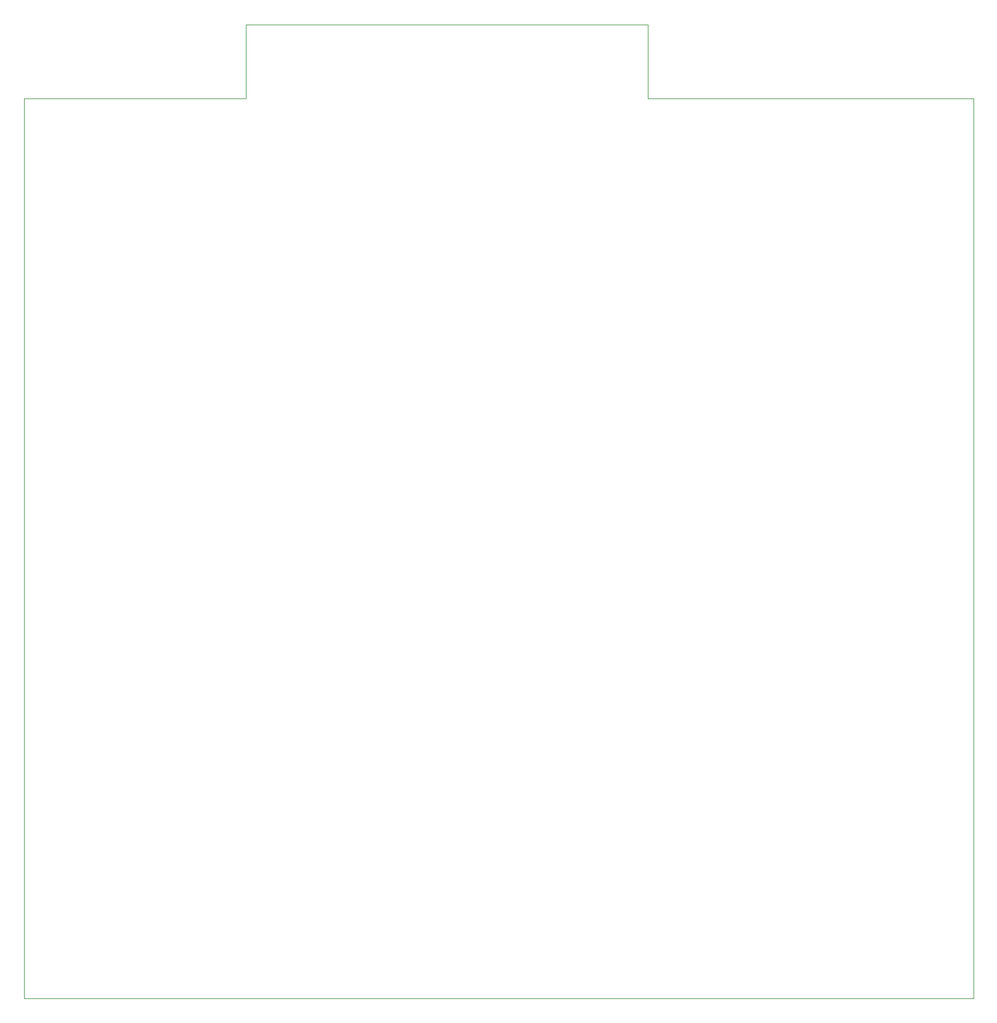
<source format=gm1>
G04 #@! TF.GenerationSoftware,KiCad,Pcbnew,(5.1.9)-1*
G04 #@! TF.CreationDate,2026-01-25T14:49:58+09:00*
G04 #@! TF.ProjectId,X1_EMM,58315f45-4d4d-42e6-9b69-6361645f7063,rev?*
G04 #@! TF.SameCoordinates,PX1997c20PYbac5f70*
G04 #@! TF.FileFunction,Profile,NP*
%FSLAX46Y46*%
G04 Gerber Fmt 4.6, Leading zero omitted, Abs format (unit mm)*
G04 Created by KiCad (PCBNEW (5.1.9)-1) date 2026-01-25 14:49:58*
%MOMM*%
%LPD*%
G01*
G04 APERTURE LIST*
G04 #@! TA.AperFunction,Profile*
%ADD10C,0.050000*%
G04 #@! TD*
G04 APERTURE END LIST*
D10*
X0Y130000000D02*
X0Y0D01*
X32000000Y130000000D02*
X0Y130000000D01*
X137000000Y130000000D02*
X90000000Y130000000D01*
X137000000Y0D02*
X137000000Y130000000D01*
X0Y0D02*
X137000000Y0D01*
X32000000Y130000000D02*
X32000000Y140668000D01*
X90000000Y130000000D02*
X90000000Y140668000D01*
X90000000Y140668000D02*
X32000000Y140668000D01*
M02*

</source>
